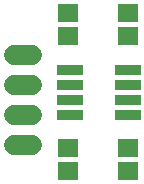
<source format=gbr>
G04 EAGLE Gerber RS-274X export*
G75*
%MOMM*%
%FSLAX34Y34*%
%LPD*%
%INSoldermask Top*%
%IPPOS*%
%AMOC8*
5,1,8,0,0,1.08239X$1,22.5*%
G01*
%ADD10R,1.703200X1.503200*%
%ADD11C,1.727200*%
%ADD12R,2.233200X0.813200*%


D10*
X88900Y752500D03*
X88900Y771500D03*
X139700Y752500D03*
X139700Y771500D03*
X88900Y657200D03*
X88900Y638200D03*
X139700Y657200D03*
X139700Y638200D03*
D11*
X58420Y660400D02*
X43180Y660400D01*
X43180Y685800D02*
X58420Y685800D01*
X58420Y711200D02*
X43180Y711200D01*
X43180Y736600D02*
X58420Y736600D01*
D12*
X139700Y723900D03*
X139700Y711200D03*
X139700Y698500D03*
X139700Y685800D03*
X90700Y723900D03*
X90700Y711200D03*
X90700Y698500D03*
X90700Y685800D03*
M02*

</source>
